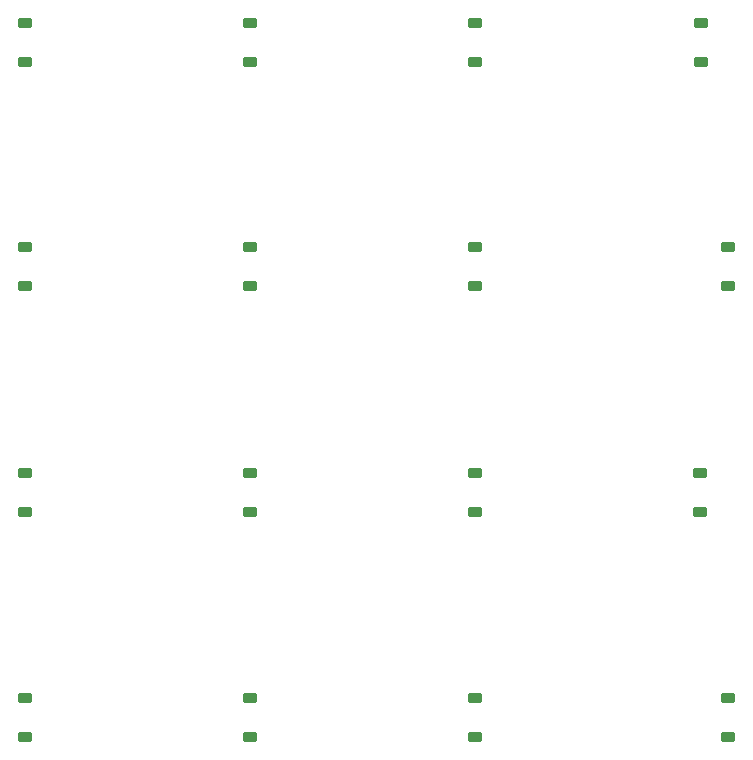
<source format=gbr>
%TF.GenerationSoftware,KiCad,Pcbnew,(7.0.0)*%
%TF.CreationDate,2023-06-29T20:35:03+03:00*%
%TF.ProjectId,kapeebar-a,6b617065-6562-4617-922d-612e6b696361,rev?*%
%TF.SameCoordinates,Original*%
%TF.FileFunction,Paste,Bot*%
%TF.FilePolarity,Positive*%
%FSLAX46Y46*%
G04 Gerber Fmt 4.6, Leading zero omitted, Abs format (unit mm)*
G04 Created by KiCad (PCBNEW (7.0.0)) date 2023-06-29 20:35:03*
%MOMM*%
%LPD*%
G01*
G04 APERTURE LIST*
G04 Aperture macros list*
%AMRoundRect*
0 Rectangle with rounded corners*
0 $1 Rounding radius*
0 $2 $3 $4 $5 $6 $7 $8 $9 X,Y pos of 4 corners*
0 Add a 4 corners polygon primitive as box body*
4,1,4,$2,$3,$4,$5,$6,$7,$8,$9,$2,$3,0*
0 Add four circle primitives for the rounded corners*
1,1,$1+$1,$2,$3*
1,1,$1+$1,$4,$5*
1,1,$1+$1,$6,$7*
1,1,$1+$1,$8,$9*
0 Add four rect primitives between the rounded corners*
20,1,$1+$1,$2,$3,$4,$5,0*
20,1,$1+$1,$4,$5,$6,$7,0*
20,1,$1+$1,$6,$7,$8,$9,0*
20,1,$1+$1,$8,$9,$2,$3,0*%
G04 Aperture macros list end*
%ADD10RoundRect,0.225000X0.375000X-0.225000X0.375000X0.225000X-0.375000X0.225000X-0.375000X-0.225000X0*%
G04 APERTURE END LIST*
D10*
%TO.C,D6*%
X196287450Y-83276300D03*
X196287450Y-79976300D03*
%TD*%
%TO.C,D13*%
X217763750Y-121452000D03*
X217763750Y-118152000D03*
%TD*%
%TO.C,D8*%
X158213750Y-83276300D03*
X158213750Y-79976300D03*
%TD*%
%TO.C,D4*%
X158213750Y-64350000D03*
X158213750Y-61050000D03*
%TD*%
%TO.C,D14*%
X196287450Y-121452000D03*
X196287450Y-118152000D03*
%TD*%
%TO.C,D15*%
X177263750Y-121452000D03*
X177263750Y-118152000D03*
%TD*%
%TO.C,D2*%
X196287450Y-64350000D03*
X196287450Y-61050000D03*
%TD*%
%TO.C,D11*%
X177263750Y-102443000D03*
X177263750Y-99143000D03*
%TD*%
%TO.C,D9*%
X215380400Y-102443000D03*
X215380400Y-99143000D03*
%TD*%
%TO.C,D7*%
X177263750Y-83276300D03*
X177263750Y-79976300D03*
%TD*%
%TO.C,D3*%
X177263750Y-64350000D03*
X177263750Y-61050000D03*
%TD*%
%TO.C,D10*%
X196287450Y-102443000D03*
X196287450Y-99143000D03*
%TD*%
%TO.C,D16*%
X158213750Y-121452000D03*
X158213750Y-118152000D03*
%TD*%
%TO.C,D12*%
X158213750Y-102443000D03*
X158213750Y-99143000D03*
%TD*%
%TO.C,D1*%
X215417450Y-64350000D03*
X215417450Y-61050000D03*
%TD*%
%TO.C,D5*%
X217763750Y-83276300D03*
X217763750Y-79976300D03*
%TD*%
M02*

</source>
